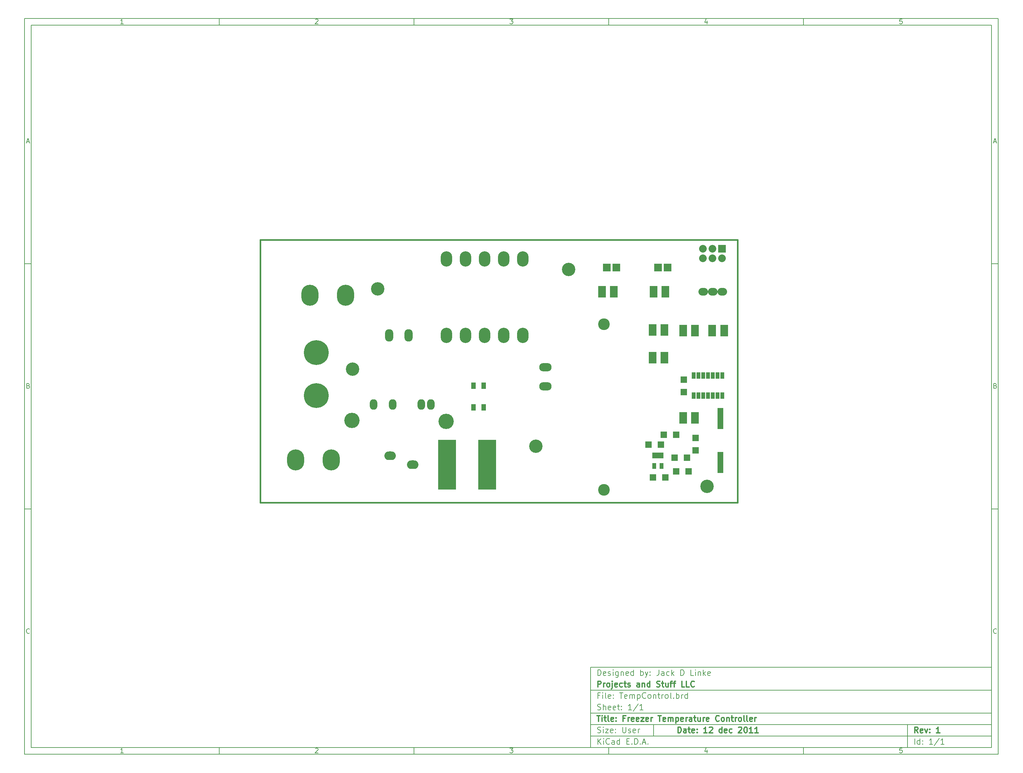
<source format=gts>
G04 (created by PCBNEW-RS274X (2011-07-08 BZR 3044)-stable) date 12/12/2011 9:59:01 PM*
G01*
G70*
G90*
%MOIN*%
G04 Gerber Fmt 3.4, Leading zero omitted, Abs format*
%FSLAX34Y34*%
G04 APERTURE LIST*
%ADD10C,0.006000*%
%ADD11C,0.012000*%
%ADD12C,0.015000*%
%ADD13R,0.040000X0.065000*%
%ADD14R,0.080000X0.080000*%
%ADD15C,0.080000*%
%ADD16R,0.043600X0.063300*%
%ADD17R,0.187300X0.520000*%
%ADD18C,0.122400*%
%ADD19R,0.069200X0.069200*%
%ADD20R,0.079100X0.118400*%
%ADD21O,0.120000X0.090000*%
%ADD22R,0.046000X0.070000*%
%ADD23O,0.180000X0.220000*%
%ADD24O,0.086900X0.130200*%
%ADD25O,0.130200X0.086900*%
%ADD26R,0.059400X0.220000*%
%ADD27C,0.160000*%
%ADD28O,0.080000X0.110000*%
%ADD29O,0.100000X0.080000*%
%ADD30C,0.140000*%
%ADD31O,0.120000X0.160000*%
%ADD32C,0.260000*%
G04 APERTURE END LIST*
G54D10*
X04000Y-04000D02*
X106000Y-04000D01*
X106000Y-81000D01*
X04000Y-81000D01*
X04000Y-04000D01*
X04700Y-04700D02*
X105300Y-04700D01*
X105300Y-80300D01*
X04700Y-80300D01*
X04700Y-04700D01*
X24400Y-04000D02*
X24400Y-04700D01*
X14343Y-04552D02*
X14057Y-04552D01*
X14200Y-04552D02*
X14200Y-04052D01*
X14152Y-04124D01*
X14105Y-04171D01*
X14057Y-04195D01*
X24400Y-81000D02*
X24400Y-80300D01*
X14343Y-80852D02*
X14057Y-80852D01*
X14200Y-80852D02*
X14200Y-80352D01*
X14152Y-80424D01*
X14105Y-80471D01*
X14057Y-80495D01*
X44800Y-04000D02*
X44800Y-04700D01*
X34457Y-04100D02*
X34481Y-04076D01*
X34529Y-04052D01*
X34648Y-04052D01*
X34695Y-04076D01*
X34719Y-04100D01*
X34743Y-04148D01*
X34743Y-04195D01*
X34719Y-04267D01*
X34433Y-04552D01*
X34743Y-04552D01*
X44800Y-81000D02*
X44800Y-80300D01*
X34457Y-80400D02*
X34481Y-80376D01*
X34529Y-80352D01*
X34648Y-80352D01*
X34695Y-80376D01*
X34719Y-80400D01*
X34743Y-80448D01*
X34743Y-80495D01*
X34719Y-80567D01*
X34433Y-80852D01*
X34743Y-80852D01*
X65200Y-04000D02*
X65200Y-04700D01*
X54833Y-04052D02*
X55143Y-04052D01*
X54976Y-04243D01*
X55048Y-04243D01*
X55095Y-04267D01*
X55119Y-04290D01*
X55143Y-04338D01*
X55143Y-04457D01*
X55119Y-04505D01*
X55095Y-04529D01*
X55048Y-04552D01*
X54905Y-04552D01*
X54857Y-04529D01*
X54833Y-04505D01*
X65200Y-81000D02*
X65200Y-80300D01*
X54833Y-80352D02*
X55143Y-80352D01*
X54976Y-80543D01*
X55048Y-80543D01*
X55095Y-80567D01*
X55119Y-80590D01*
X55143Y-80638D01*
X55143Y-80757D01*
X55119Y-80805D01*
X55095Y-80829D01*
X55048Y-80852D01*
X54905Y-80852D01*
X54857Y-80829D01*
X54833Y-80805D01*
X85600Y-04000D02*
X85600Y-04700D01*
X75495Y-04219D02*
X75495Y-04552D01*
X75376Y-04029D02*
X75257Y-04386D01*
X75567Y-04386D01*
X85600Y-81000D02*
X85600Y-80300D01*
X75495Y-80519D02*
X75495Y-80852D01*
X75376Y-80329D02*
X75257Y-80686D01*
X75567Y-80686D01*
X95919Y-04052D02*
X95681Y-04052D01*
X95657Y-04290D01*
X95681Y-04267D01*
X95729Y-04243D01*
X95848Y-04243D01*
X95895Y-04267D01*
X95919Y-04290D01*
X95943Y-04338D01*
X95943Y-04457D01*
X95919Y-04505D01*
X95895Y-04529D01*
X95848Y-04552D01*
X95729Y-04552D01*
X95681Y-04529D01*
X95657Y-04505D01*
X95919Y-80352D02*
X95681Y-80352D01*
X95657Y-80590D01*
X95681Y-80567D01*
X95729Y-80543D01*
X95848Y-80543D01*
X95895Y-80567D01*
X95919Y-80590D01*
X95943Y-80638D01*
X95943Y-80757D01*
X95919Y-80805D01*
X95895Y-80829D01*
X95848Y-80852D01*
X95729Y-80852D01*
X95681Y-80829D01*
X95657Y-80805D01*
X04000Y-29660D02*
X04700Y-29660D01*
X04231Y-16890D02*
X04469Y-16890D01*
X04184Y-17032D02*
X04350Y-16532D01*
X04517Y-17032D01*
X106000Y-29660D02*
X105300Y-29660D01*
X105531Y-16890D02*
X105769Y-16890D01*
X105484Y-17032D02*
X105650Y-16532D01*
X105817Y-17032D01*
X04000Y-55320D02*
X04700Y-55320D01*
X04386Y-42430D02*
X04457Y-42454D01*
X04481Y-42478D01*
X04505Y-42526D01*
X04505Y-42597D01*
X04481Y-42645D01*
X04457Y-42669D01*
X04410Y-42692D01*
X04219Y-42692D01*
X04219Y-42192D01*
X04386Y-42192D01*
X04433Y-42216D01*
X04457Y-42240D01*
X04481Y-42288D01*
X04481Y-42335D01*
X04457Y-42383D01*
X04433Y-42407D01*
X04386Y-42430D01*
X04219Y-42430D01*
X106000Y-55320D02*
X105300Y-55320D01*
X105686Y-42430D02*
X105757Y-42454D01*
X105781Y-42478D01*
X105805Y-42526D01*
X105805Y-42597D01*
X105781Y-42645D01*
X105757Y-42669D01*
X105710Y-42692D01*
X105519Y-42692D01*
X105519Y-42192D01*
X105686Y-42192D01*
X105733Y-42216D01*
X105757Y-42240D01*
X105781Y-42288D01*
X105781Y-42335D01*
X105757Y-42383D01*
X105733Y-42407D01*
X105686Y-42430D01*
X105519Y-42430D01*
X04505Y-68305D02*
X04481Y-68329D01*
X04410Y-68352D01*
X04362Y-68352D01*
X04290Y-68329D01*
X04243Y-68281D01*
X04219Y-68233D01*
X04195Y-68138D01*
X04195Y-68067D01*
X04219Y-67971D01*
X04243Y-67924D01*
X04290Y-67876D01*
X04362Y-67852D01*
X04410Y-67852D01*
X04481Y-67876D01*
X04505Y-67900D01*
X105805Y-68305D02*
X105781Y-68329D01*
X105710Y-68352D01*
X105662Y-68352D01*
X105590Y-68329D01*
X105543Y-68281D01*
X105519Y-68233D01*
X105495Y-68138D01*
X105495Y-68067D01*
X105519Y-67971D01*
X105543Y-67924D01*
X105590Y-67876D01*
X105662Y-67852D01*
X105710Y-67852D01*
X105781Y-67876D01*
X105805Y-67900D01*
G54D11*
X72443Y-78743D02*
X72443Y-78143D01*
X72586Y-78143D01*
X72671Y-78171D01*
X72729Y-78229D01*
X72757Y-78286D01*
X72786Y-78400D01*
X72786Y-78486D01*
X72757Y-78600D01*
X72729Y-78657D01*
X72671Y-78714D01*
X72586Y-78743D01*
X72443Y-78743D01*
X73300Y-78743D02*
X73300Y-78429D01*
X73271Y-78371D01*
X73214Y-78343D01*
X73100Y-78343D01*
X73043Y-78371D01*
X73300Y-78714D02*
X73243Y-78743D01*
X73100Y-78743D01*
X73043Y-78714D01*
X73014Y-78657D01*
X73014Y-78600D01*
X73043Y-78543D01*
X73100Y-78514D01*
X73243Y-78514D01*
X73300Y-78486D01*
X73500Y-78343D02*
X73729Y-78343D01*
X73586Y-78143D02*
X73586Y-78657D01*
X73614Y-78714D01*
X73672Y-78743D01*
X73729Y-78743D01*
X74157Y-78714D02*
X74100Y-78743D01*
X73986Y-78743D01*
X73929Y-78714D01*
X73900Y-78657D01*
X73900Y-78429D01*
X73929Y-78371D01*
X73986Y-78343D01*
X74100Y-78343D01*
X74157Y-78371D01*
X74186Y-78429D01*
X74186Y-78486D01*
X73900Y-78543D01*
X74443Y-78686D02*
X74471Y-78714D01*
X74443Y-78743D01*
X74414Y-78714D01*
X74443Y-78686D01*
X74443Y-78743D01*
X74443Y-78371D02*
X74471Y-78400D01*
X74443Y-78429D01*
X74414Y-78400D01*
X74443Y-78371D01*
X74443Y-78429D01*
X75500Y-78743D02*
X75157Y-78743D01*
X75329Y-78743D02*
X75329Y-78143D01*
X75272Y-78229D01*
X75214Y-78286D01*
X75157Y-78314D01*
X75728Y-78200D02*
X75757Y-78171D01*
X75814Y-78143D01*
X75957Y-78143D01*
X76014Y-78171D01*
X76043Y-78200D01*
X76071Y-78257D01*
X76071Y-78314D01*
X76043Y-78400D01*
X75700Y-78743D01*
X76071Y-78743D01*
X77042Y-78743D02*
X77042Y-78143D01*
X77042Y-78714D02*
X76985Y-78743D01*
X76871Y-78743D01*
X76813Y-78714D01*
X76785Y-78686D01*
X76756Y-78629D01*
X76756Y-78457D01*
X76785Y-78400D01*
X76813Y-78371D01*
X76871Y-78343D01*
X76985Y-78343D01*
X77042Y-78371D01*
X77556Y-78714D02*
X77499Y-78743D01*
X77385Y-78743D01*
X77328Y-78714D01*
X77299Y-78657D01*
X77299Y-78429D01*
X77328Y-78371D01*
X77385Y-78343D01*
X77499Y-78343D01*
X77556Y-78371D01*
X77585Y-78429D01*
X77585Y-78486D01*
X77299Y-78543D01*
X78099Y-78714D02*
X78042Y-78743D01*
X77928Y-78743D01*
X77870Y-78714D01*
X77842Y-78686D01*
X77813Y-78629D01*
X77813Y-78457D01*
X77842Y-78400D01*
X77870Y-78371D01*
X77928Y-78343D01*
X78042Y-78343D01*
X78099Y-78371D01*
X78784Y-78200D02*
X78813Y-78171D01*
X78870Y-78143D01*
X79013Y-78143D01*
X79070Y-78171D01*
X79099Y-78200D01*
X79127Y-78257D01*
X79127Y-78314D01*
X79099Y-78400D01*
X78756Y-78743D01*
X79127Y-78743D01*
X79498Y-78143D02*
X79555Y-78143D01*
X79612Y-78171D01*
X79641Y-78200D01*
X79670Y-78257D01*
X79698Y-78371D01*
X79698Y-78514D01*
X79670Y-78629D01*
X79641Y-78686D01*
X79612Y-78714D01*
X79555Y-78743D01*
X79498Y-78743D01*
X79441Y-78714D01*
X79412Y-78686D01*
X79384Y-78629D01*
X79355Y-78514D01*
X79355Y-78371D01*
X79384Y-78257D01*
X79412Y-78200D01*
X79441Y-78171D01*
X79498Y-78143D01*
X80269Y-78743D02*
X79926Y-78743D01*
X80098Y-78743D02*
X80098Y-78143D01*
X80041Y-78229D01*
X79983Y-78286D01*
X79926Y-78314D01*
X80840Y-78743D02*
X80497Y-78743D01*
X80669Y-78743D02*
X80669Y-78143D01*
X80612Y-78229D01*
X80554Y-78286D01*
X80497Y-78314D01*
G54D10*
X64043Y-79943D02*
X64043Y-79343D01*
X64386Y-79943D02*
X64129Y-79600D01*
X64386Y-79343D02*
X64043Y-79686D01*
X64643Y-79943D02*
X64643Y-79543D01*
X64643Y-79343D02*
X64614Y-79371D01*
X64643Y-79400D01*
X64671Y-79371D01*
X64643Y-79343D01*
X64643Y-79400D01*
X65272Y-79886D02*
X65243Y-79914D01*
X65157Y-79943D01*
X65100Y-79943D01*
X65015Y-79914D01*
X64957Y-79857D01*
X64929Y-79800D01*
X64900Y-79686D01*
X64900Y-79600D01*
X64929Y-79486D01*
X64957Y-79429D01*
X65015Y-79371D01*
X65100Y-79343D01*
X65157Y-79343D01*
X65243Y-79371D01*
X65272Y-79400D01*
X65786Y-79943D02*
X65786Y-79629D01*
X65757Y-79571D01*
X65700Y-79543D01*
X65586Y-79543D01*
X65529Y-79571D01*
X65786Y-79914D02*
X65729Y-79943D01*
X65586Y-79943D01*
X65529Y-79914D01*
X65500Y-79857D01*
X65500Y-79800D01*
X65529Y-79743D01*
X65586Y-79714D01*
X65729Y-79714D01*
X65786Y-79686D01*
X66329Y-79943D02*
X66329Y-79343D01*
X66329Y-79914D02*
X66272Y-79943D01*
X66158Y-79943D01*
X66100Y-79914D01*
X66072Y-79886D01*
X66043Y-79829D01*
X66043Y-79657D01*
X66072Y-79600D01*
X66100Y-79571D01*
X66158Y-79543D01*
X66272Y-79543D01*
X66329Y-79571D01*
X67072Y-79629D02*
X67272Y-79629D01*
X67358Y-79943D02*
X67072Y-79943D01*
X67072Y-79343D01*
X67358Y-79343D01*
X67615Y-79886D02*
X67643Y-79914D01*
X67615Y-79943D01*
X67586Y-79914D01*
X67615Y-79886D01*
X67615Y-79943D01*
X67901Y-79943D02*
X67901Y-79343D01*
X68044Y-79343D01*
X68129Y-79371D01*
X68187Y-79429D01*
X68215Y-79486D01*
X68244Y-79600D01*
X68244Y-79686D01*
X68215Y-79800D01*
X68187Y-79857D01*
X68129Y-79914D01*
X68044Y-79943D01*
X67901Y-79943D01*
X68501Y-79886D02*
X68529Y-79914D01*
X68501Y-79943D01*
X68472Y-79914D01*
X68501Y-79886D01*
X68501Y-79943D01*
X68758Y-79771D02*
X69044Y-79771D01*
X68701Y-79943D02*
X68901Y-79343D01*
X69101Y-79943D01*
X69301Y-79886D02*
X69329Y-79914D01*
X69301Y-79943D01*
X69272Y-79914D01*
X69301Y-79886D01*
X69301Y-79943D01*
G54D11*
X97586Y-78743D02*
X97386Y-78457D01*
X97243Y-78743D02*
X97243Y-78143D01*
X97471Y-78143D01*
X97529Y-78171D01*
X97557Y-78200D01*
X97586Y-78257D01*
X97586Y-78343D01*
X97557Y-78400D01*
X97529Y-78429D01*
X97471Y-78457D01*
X97243Y-78457D01*
X98071Y-78714D02*
X98014Y-78743D01*
X97900Y-78743D01*
X97843Y-78714D01*
X97814Y-78657D01*
X97814Y-78429D01*
X97843Y-78371D01*
X97900Y-78343D01*
X98014Y-78343D01*
X98071Y-78371D01*
X98100Y-78429D01*
X98100Y-78486D01*
X97814Y-78543D01*
X98300Y-78343D02*
X98443Y-78743D01*
X98585Y-78343D01*
X98814Y-78686D02*
X98842Y-78714D01*
X98814Y-78743D01*
X98785Y-78714D01*
X98814Y-78686D01*
X98814Y-78743D01*
X98814Y-78371D02*
X98842Y-78400D01*
X98814Y-78429D01*
X98785Y-78400D01*
X98814Y-78371D01*
X98814Y-78429D01*
X99871Y-78743D02*
X99528Y-78743D01*
X99700Y-78743D02*
X99700Y-78143D01*
X99643Y-78229D01*
X99585Y-78286D01*
X99528Y-78314D01*
G54D10*
X64014Y-78714D02*
X64100Y-78743D01*
X64243Y-78743D01*
X64300Y-78714D01*
X64329Y-78686D01*
X64357Y-78629D01*
X64357Y-78571D01*
X64329Y-78514D01*
X64300Y-78486D01*
X64243Y-78457D01*
X64129Y-78429D01*
X64071Y-78400D01*
X64043Y-78371D01*
X64014Y-78314D01*
X64014Y-78257D01*
X64043Y-78200D01*
X64071Y-78171D01*
X64129Y-78143D01*
X64271Y-78143D01*
X64357Y-78171D01*
X64614Y-78743D02*
X64614Y-78343D01*
X64614Y-78143D02*
X64585Y-78171D01*
X64614Y-78200D01*
X64642Y-78171D01*
X64614Y-78143D01*
X64614Y-78200D01*
X64843Y-78343D02*
X65157Y-78343D01*
X64843Y-78743D01*
X65157Y-78743D01*
X65614Y-78714D02*
X65557Y-78743D01*
X65443Y-78743D01*
X65386Y-78714D01*
X65357Y-78657D01*
X65357Y-78429D01*
X65386Y-78371D01*
X65443Y-78343D01*
X65557Y-78343D01*
X65614Y-78371D01*
X65643Y-78429D01*
X65643Y-78486D01*
X65357Y-78543D01*
X65900Y-78686D02*
X65928Y-78714D01*
X65900Y-78743D01*
X65871Y-78714D01*
X65900Y-78686D01*
X65900Y-78743D01*
X65900Y-78371D02*
X65928Y-78400D01*
X65900Y-78429D01*
X65871Y-78400D01*
X65900Y-78371D01*
X65900Y-78429D01*
X66643Y-78143D02*
X66643Y-78629D01*
X66671Y-78686D01*
X66700Y-78714D01*
X66757Y-78743D01*
X66871Y-78743D01*
X66929Y-78714D01*
X66957Y-78686D01*
X66986Y-78629D01*
X66986Y-78143D01*
X67243Y-78714D02*
X67300Y-78743D01*
X67415Y-78743D01*
X67472Y-78714D01*
X67500Y-78657D01*
X67500Y-78629D01*
X67472Y-78571D01*
X67415Y-78543D01*
X67329Y-78543D01*
X67272Y-78514D01*
X67243Y-78457D01*
X67243Y-78429D01*
X67272Y-78371D01*
X67329Y-78343D01*
X67415Y-78343D01*
X67472Y-78371D01*
X67986Y-78714D02*
X67929Y-78743D01*
X67815Y-78743D01*
X67758Y-78714D01*
X67729Y-78657D01*
X67729Y-78429D01*
X67758Y-78371D01*
X67815Y-78343D01*
X67929Y-78343D01*
X67986Y-78371D01*
X68015Y-78429D01*
X68015Y-78486D01*
X67729Y-78543D01*
X68272Y-78743D02*
X68272Y-78343D01*
X68272Y-78457D02*
X68300Y-78400D01*
X68329Y-78371D01*
X68386Y-78343D01*
X68443Y-78343D01*
X97243Y-79943D02*
X97243Y-79343D01*
X97786Y-79943D02*
X97786Y-79343D01*
X97786Y-79914D02*
X97729Y-79943D01*
X97615Y-79943D01*
X97557Y-79914D01*
X97529Y-79886D01*
X97500Y-79829D01*
X97500Y-79657D01*
X97529Y-79600D01*
X97557Y-79571D01*
X97615Y-79543D01*
X97729Y-79543D01*
X97786Y-79571D01*
X98072Y-79886D02*
X98100Y-79914D01*
X98072Y-79943D01*
X98043Y-79914D01*
X98072Y-79886D01*
X98072Y-79943D01*
X98072Y-79571D02*
X98100Y-79600D01*
X98072Y-79629D01*
X98043Y-79600D01*
X98072Y-79571D01*
X98072Y-79629D01*
X99129Y-79943D02*
X98786Y-79943D01*
X98958Y-79943D02*
X98958Y-79343D01*
X98901Y-79429D01*
X98843Y-79486D01*
X98786Y-79514D01*
X99814Y-79314D02*
X99300Y-80086D01*
X100329Y-79943D02*
X99986Y-79943D01*
X100158Y-79943D02*
X100158Y-79343D01*
X100101Y-79429D01*
X100043Y-79486D01*
X99986Y-79514D01*
G54D11*
X63957Y-76943D02*
X64300Y-76943D01*
X64129Y-77543D02*
X64129Y-76943D01*
X64500Y-77543D02*
X64500Y-77143D01*
X64500Y-76943D02*
X64471Y-76971D01*
X64500Y-77000D01*
X64528Y-76971D01*
X64500Y-76943D01*
X64500Y-77000D01*
X64700Y-77143D02*
X64929Y-77143D01*
X64786Y-76943D02*
X64786Y-77457D01*
X64814Y-77514D01*
X64872Y-77543D01*
X64929Y-77543D01*
X65215Y-77543D02*
X65157Y-77514D01*
X65129Y-77457D01*
X65129Y-76943D01*
X65671Y-77514D02*
X65614Y-77543D01*
X65500Y-77543D01*
X65443Y-77514D01*
X65414Y-77457D01*
X65414Y-77229D01*
X65443Y-77171D01*
X65500Y-77143D01*
X65614Y-77143D01*
X65671Y-77171D01*
X65700Y-77229D01*
X65700Y-77286D01*
X65414Y-77343D01*
X65957Y-77486D02*
X65985Y-77514D01*
X65957Y-77543D01*
X65928Y-77514D01*
X65957Y-77486D01*
X65957Y-77543D01*
X65957Y-77171D02*
X65985Y-77200D01*
X65957Y-77229D01*
X65928Y-77200D01*
X65957Y-77171D01*
X65957Y-77229D01*
X66900Y-77229D02*
X66700Y-77229D01*
X66700Y-77543D02*
X66700Y-76943D01*
X66986Y-76943D01*
X67214Y-77543D02*
X67214Y-77143D01*
X67214Y-77257D02*
X67242Y-77200D01*
X67271Y-77171D01*
X67328Y-77143D01*
X67385Y-77143D01*
X67813Y-77514D02*
X67756Y-77543D01*
X67642Y-77543D01*
X67585Y-77514D01*
X67556Y-77457D01*
X67556Y-77229D01*
X67585Y-77171D01*
X67642Y-77143D01*
X67756Y-77143D01*
X67813Y-77171D01*
X67842Y-77229D01*
X67842Y-77286D01*
X67556Y-77343D01*
X68327Y-77514D02*
X68270Y-77543D01*
X68156Y-77543D01*
X68099Y-77514D01*
X68070Y-77457D01*
X68070Y-77229D01*
X68099Y-77171D01*
X68156Y-77143D01*
X68270Y-77143D01*
X68327Y-77171D01*
X68356Y-77229D01*
X68356Y-77286D01*
X68070Y-77343D01*
X68556Y-77143D02*
X68870Y-77143D01*
X68556Y-77543D01*
X68870Y-77543D01*
X69327Y-77514D02*
X69270Y-77543D01*
X69156Y-77543D01*
X69099Y-77514D01*
X69070Y-77457D01*
X69070Y-77229D01*
X69099Y-77171D01*
X69156Y-77143D01*
X69270Y-77143D01*
X69327Y-77171D01*
X69356Y-77229D01*
X69356Y-77286D01*
X69070Y-77343D01*
X69613Y-77543D02*
X69613Y-77143D01*
X69613Y-77257D02*
X69641Y-77200D01*
X69670Y-77171D01*
X69727Y-77143D01*
X69784Y-77143D01*
X70355Y-76943D02*
X70698Y-76943D01*
X70527Y-77543D02*
X70527Y-76943D01*
X71126Y-77514D02*
X71069Y-77543D01*
X70955Y-77543D01*
X70898Y-77514D01*
X70869Y-77457D01*
X70869Y-77229D01*
X70898Y-77171D01*
X70955Y-77143D01*
X71069Y-77143D01*
X71126Y-77171D01*
X71155Y-77229D01*
X71155Y-77286D01*
X70869Y-77343D01*
X71412Y-77543D02*
X71412Y-77143D01*
X71412Y-77200D02*
X71440Y-77171D01*
X71498Y-77143D01*
X71583Y-77143D01*
X71640Y-77171D01*
X71669Y-77229D01*
X71669Y-77543D01*
X71669Y-77229D02*
X71698Y-77171D01*
X71755Y-77143D01*
X71840Y-77143D01*
X71898Y-77171D01*
X71926Y-77229D01*
X71926Y-77543D01*
X72212Y-77143D02*
X72212Y-77743D01*
X72212Y-77171D02*
X72269Y-77143D01*
X72383Y-77143D01*
X72440Y-77171D01*
X72469Y-77200D01*
X72498Y-77257D01*
X72498Y-77429D01*
X72469Y-77486D01*
X72440Y-77514D01*
X72383Y-77543D01*
X72269Y-77543D01*
X72212Y-77514D01*
X72983Y-77514D02*
X72926Y-77543D01*
X72812Y-77543D01*
X72755Y-77514D01*
X72726Y-77457D01*
X72726Y-77229D01*
X72755Y-77171D01*
X72812Y-77143D01*
X72926Y-77143D01*
X72983Y-77171D01*
X73012Y-77229D01*
X73012Y-77286D01*
X72726Y-77343D01*
X73269Y-77543D02*
X73269Y-77143D01*
X73269Y-77257D02*
X73297Y-77200D01*
X73326Y-77171D01*
X73383Y-77143D01*
X73440Y-77143D01*
X73897Y-77543D02*
X73897Y-77229D01*
X73868Y-77171D01*
X73811Y-77143D01*
X73697Y-77143D01*
X73640Y-77171D01*
X73897Y-77514D02*
X73840Y-77543D01*
X73697Y-77543D01*
X73640Y-77514D01*
X73611Y-77457D01*
X73611Y-77400D01*
X73640Y-77343D01*
X73697Y-77314D01*
X73840Y-77314D01*
X73897Y-77286D01*
X74097Y-77143D02*
X74326Y-77143D01*
X74183Y-76943D02*
X74183Y-77457D01*
X74211Y-77514D01*
X74269Y-77543D01*
X74326Y-77543D01*
X74783Y-77143D02*
X74783Y-77543D01*
X74526Y-77143D02*
X74526Y-77457D01*
X74554Y-77514D01*
X74612Y-77543D01*
X74697Y-77543D01*
X74754Y-77514D01*
X74783Y-77486D01*
X75069Y-77543D02*
X75069Y-77143D01*
X75069Y-77257D02*
X75097Y-77200D01*
X75126Y-77171D01*
X75183Y-77143D01*
X75240Y-77143D01*
X75668Y-77514D02*
X75611Y-77543D01*
X75497Y-77543D01*
X75440Y-77514D01*
X75411Y-77457D01*
X75411Y-77229D01*
X75440Y-77171D01*
X75497Y-77143D01*
X75611Y-77143D01*
X75668Y-77171D01*
X75697Y-77229D01*
X75697Y-77286D01*
X75411Y-77343D01*
X76754Y-77486D02*
X76725Y-77514D01*
X76639Y-77543D01*
X76582Y-77543D01*
X76497Y-77514D01*
X76439Y-77457D01*
X76411Y-77400D01*
X76382Y-77286D01*
X76382Y-77200D01*
X76411Y-77086D01*
X76439Y-77029D01*
X76497Y-76971D01*
X76582Y-76943D01*
X76639Y-76943D01*
X76725Y-76971D01*
X76754Y-77000D01*
X77097Y-77543D02*
X77039Y-77514D01*
X77011Y-77486D01*
X76982Y-77429D01*
X76982Y-77257D01*
X77011Y-77200D01*
X77039Y-77171D01*
X77097Y-77143D01*
X77182Y-77143D01*
X77239Y-77171D01*
X77268Y-77200D01*
X77297Y-77257D01*
X77297Y-77429D01*
X77268Y-77486D01*
X77239Y-77514D01*
X77182Y-77543D01*
X77097Y-77543D01*
X77554Y-77143D02*
X77554Y-77543D01*
X77554Y-77200D02*
X77582Y-77171D01*
X77640Y-77143D01*
X77725Y-77143D01*
X77782Y-77171D01*
X77811Y-77229D01*
X77811Y-77543D01*
X78011Y-77143D02*
X78240Y-77143D01*
X78097Y-76943D02*
X78097Y-77457D01*
X78125Y-77514D01*
X78183Y-77543D01*
X78240Y-77543D01*
X78440Y-77543D02*
X78440Y-77143D01*
X78440Y-77257D02*
X78468Y-77200D01*
X78497Y-77171D01*
X78554Y-77143D01*
X78611Y-77143D01*
X78897Y-77543D02*
X78839Y-77514D01*
X78811Y-77486D01*
X78782Y-77429D01*
X78782Y-77257D01*
X78811Y-77200D01*
X78839Y-77171D01*
X78897Y-77143D01*
X78982Y-77143D01*
X79039Y-77171D01*
X79068Y-77200D01*
X79097Y-77257D01*
X79097Y-77429D01*
X79068Y-77486D01*
X79039Y-77514D01*
X78982Y-77543D01*
X78897Y-77543D01*
X79440Y-77543D02*
X79382Y-77514D01*
X79354Y-77457D01*
X79354Y-76943D01*
X79754Y-77543D02*
X79696Y-77514D01*
X79668Y-77457D01*
X79668Y-76943D01*
X80210Y-77514D02*
X80153Y-77543D01*
X80039Y-77543D01*
X79982Y-77514D01*
X79953Y-77457D01*
X79953Y-77229D01*
X79982Y-77171D01*
X80039Y-77143D01*
X80153Y-77143D01*
X80210Y-77171D01*
X80239Y-77229D01*
X80239Y-77286D01*
X79953Y-77343D01*
X80496Y-77543D02*
X80496Y-77143D01*
X80496Y-77257D02*
X80524Y-77200D01*
X80553Y-77171D01*
X80610Y-77143D01*
X80667Y-77143D01*
G54D10*
X64243Y-74829D02*
X64043Y-74829D01*
X64043Y-75143D02*
X64043Y-74543D01*
X64329Y-74543D01*
X64557Y-75143D02*
X64557Y-74743D01*
X64557Y-74543D02*
X64528Y-74571D01*
X64557Y-74600D01*
X64585Y-74571D01*
X64557Y-74543D01*
X64557Y-74600D01*
X64929Y-75143D02*
X64871Y-75114D01*
X64843Y-75057D01*
X64843Y-74543D01*
X65385Y-75114D02*
X65328Y-75143D01*
X65214Y-75143D01*
X65157Y-75114D01*
X65128Y-75057D01*
X65128Y-74829D01*
X65157Y-74771D01*
X65214Y-74743D01*
X65328Y-74743D01*
X65385Y-74771D01*
X65414Y-74829D01*
X65414Y-74886D01*
X65128Y-74943D01*
X65671Y-75086D02*
X65699Y-75114D01*
X65671Y-75143D01*
X65642Y-75114D01*
X65671Y-75086D01*
X65671Y-75143D01*
X65671Y-74771D02*
X65699Y-74800D01*
X65671Y-74829D01*
X65642Y-74800D01*
X65671Y-74771D01*
X65671Y-74829D01*
X66328Y-74543D02*
X66671Y-74543D01*
X66500Y-75143D02*
X66500Y-74543D01*
X67099Y-75114D02*
X67042Y-75143D01*
X66928Y-75143D01*
X66871Y-75114D01*
X66842Y-75057D01*
X66842Y-74829D01*
X66871Y-74771D01*
X66928Y-74743D01*
X67042Y-74743D01*
X67099Y-74771D01*
X67128Y-74829D01*
X67128Y-74886D01*
X66842Y-74943D01*
X67385Y-75143D02*
X67385Y-74743D01*
X67385Y-74800D02*
X67413Y-74771D01*
X67471Y-74743D01*
X67556Y-74743D01*
X67613Y-74771D01*
X67642Y-74829D01*
X67642Y-75143D01*
X67642Y-74829D02*
X67671Y-74771D01*
X67728Y-74743D01*
X67813Y-74743D01*
X67871Y-74771D01*
X67899Y-74829D01*
X67899Y-75143D01*
X68185Y-74743D02*
X68185Y-75343D01*
X68185Y-74771D02*
X68242Y-74743D01*
X68356Y-74743D01*
X68413Y-74771D01*
X68442Y-74800D01*
X68471Y-74857D01*
X68471Y-75029D01*
X68442Y-75086D01*
X68413Y-75114D01*
X68356Y-75143D01*
X68242Y-75143D01*
X68185Y-75114D01*
X69071Y-75086D02*
X69042Y-75114D01*
X68956Y-75143D01*
X68899Y-75143D01*
X68814Y-75114D01*
X68756Y-75057D01*
X68728Y-75000D01*
X68699Y-74886D01*
X68699Y-74800D01*
X68728Y-74686D01*
X68756Y-74629D01*
X68814Y-74571D01*
X68899Y-74543D01*
X68956Y-74543D01*
X69042Y-74571D01*
X69071Y-74600D01*
X69414Y-75143D02*
X69356Y-75114D01*
X69328Y-75086D01*
X69299Y-75029D01*
X69299Y-74857D01*
X69328Y-74800D01*
X69356Y-74771D01*
X69414Y-74743D01*
X69499Y-74743D01*
X69556Y-74771D01*
X69585Y-74800D01*
X69614Y-74857D01*
X69614Y-75029D01*
X69585Y-75086D01*
X69556Y-75114D01*
X69499Y-75143D01*
X69414Y-75143D01*
X69871Y-74743D02*
X69871Y-75143D01*
X69871Y-74800D02*
X69899Y-74771D01*
X69957Y-74743D01*
X70042Y-74743D01*
X70099Y-74771D01*
X70128Y-74829D01*
X70128Y-75143D01*
X70328Y-74743D02*
X70557Y-74743D01*
X70414Y-74543D02*
X70414Y-75057D01*
X70442Y-75114D01*
X70500Y-75143D01*
X70557Y-75143D01*
X70757Y-75143D02*
X70757Y-74743D01*
X70757Y-74857D02*
X70785Y-74800D01*
X70814Y-74771D01*
X70871Y-74743D01*
X70928Y-74743D01*
X71214Y-75143D02*
X71156Y-75114D01*
X71128Y-75086D01*
X71099Y-75029D01*
X71099Y-74857D01*
X71128Y-74800D01*
X71156Y-74771D01*
X71214Y-74743D01*
X71299Y-74743D01*
X71356Y-74771D01*
X71385Y-74800D01*
X71414Y-74857D01*
X71414Y-75029D01*
X71385Y-75086D01*
X71356Y-75114D01*
X71299Y-75143D01*
X71214Y-75143D01*
X71757Y-75143D02*
X71699Y-75114D01*
X71671Y-75057D01*
X71671Y-74543D01*
X71985Y-75086D02*
X72013Y-75114D01*
X71985Y-75143D01*
X71956Y-75114D01*
X71985Y-75086D01*
X71985Y-75143D01*
X72271Y-75143D02*
X72271Y-74543D01*
X72271Y-74771D02*
X72328Y-74743D01*
X72442Y-74743D01*
X72499Y-74771D01*
X72528Y-74800D01*
X72557Y-74857D01*
X72557Y-75029D01*
X72528Y-75086D01*
X72499Y-75114D01*
X72442Y-75143D01*
X72328Y-75143D01*
X72271Y-75114D01*
X72814Y-75143D02*
X72814Y-74743D01*
X72814Y-74857D02*
X72842Y-74800D01*
X72871Y-74771D01*
X72928Y-74743D01*
X72985Y-74743D01*
X73442Y-75143D02*
X73442Y-74543D01*
X73442Y-75114D02*
X73385Y-75143D01*
X73271Y-75143D01*
X73213Y-75114D01*
X73185Y-75086D01*
X73156Y-75029D01*
X73156Y-74857D01*
X73185Y-74800D01*
X73213Y-74771D01*
X73271Y-74743D01*
X73385Y-74743D01*
X73442Y-74771D01*
X64014Y-76314D02*
X64100Y-76343D01*
X64243Y-76343D01*
X64300Y-76314D01*
X64329Y-76286D01*
X64357Y-76229D01*
X64357Y-76171D01*
X64329Y-76114D01*
X64300Y-76086D01*
X64243Y-76057D01*
X64129Y-76029D01*
X64071Y-76000D01*
X64043Y-75971D01*
X64014Y-75914D01*
X64014Y-75857D01*
X64043Y-75800D01*
X64071Y-75771D01*
X64129Y-75743D01*
X64271Y-75743D01*
X64357Y-75771D01*
X64614Y-76343D02*
X64614Y-75743D01*
X64871Y-76343D02*
X64871Y-76029D01*
X64842Y-75971D01*
X64785Y-75943D01*
X64700Y-75943D01*
X64642Y-75971D01*
X64614Y-76000D01*
X65385Y-76314D02*
X65328Y-76343D01*
X65214Y-76343D01*
X65157Y-76314D01*
X65128Y-76257D01*
X65128Y-76029D01*
X65157Y-75971D01*
X65214Y-75943D01*
X65328Y-75943D01*
X65385Y-75971D01*
X65414Y-76029D01*
X65414Y-76086D01*
X65128Y-76143D01*
X65899Y-76314D02*
X65842Y-76343D01*
X65728Y-76343D01*
X65671Y-76314D01*
X65642Y-76257D01*
X65642Y-76029D01*
X65671Y-75971D01*
X65728Y-75943D01*
X65842Y-75943D01*
X65899Y-75971D01*
X65928Y-76029D01*
X65928Y-76086D01*
X65642Y-76143D01*
X66099Y-75943D02*
X66328Y-75943D01*
X66185Y-75743D02*
X66185Y-76257D01*
X66213Y-76314D01*
X66271Y-76343D01*
X66328Y-76343D01*
X66528Y-76286D02*
X66556Y-76314D01*
X66528Y-76343D01*
X66499Y-76314D01*
X66528Y-76286D01*
X66528Y-76343D01*
X66528Y-75971D02*
X66556Y-76000D01*
X66528Y-76029D01*
X66499Y-76000D01*
X66528Y-75971D01*
X66528Y-76029D01*
X67585Y-76343D02*
X67242Y-76343D01*
X67414Y-76343D02*
X67414Y-75743D01*
X67357Y-75829D01*
X67299Y-75886D01*
X67242Y-75914D01*
X68270Y-75714D02*
X67756Y-76486D01*
X68785Y-76343D02*
X68442Y-76343D01*
X68614Y-76343D02*
X68614Y-75743D01*
X68557Y-75829D01*
X68499Y-75886D01*
X68442Y-75914D01*
G54D11*
X64043Y-73943D02*
X64043Y-73343D01*
X64271Y-73343D01*
X64329Y-73371D01*
X64357Y-73400D01*
X64386Y-73457D01*
X64386Y-73543D01*
X64357Y-73600D01*
X64329Y-73629D01*
X64271Y-73657D01*
X64043Y-73657D01*
X64643Y-73943D02*
X64643Y-73543D01*
X64643Y-73657D02*
X64671Y-73600D01*
X64700Y-73571D01*
X64757Y-73543D01*
X64814Y-73543D01*
X65100Y-73943D02*
X65042Y-73914D01*
X65014Y-73886D01*
X64985Y-73829D01*
X64985Y-73657D01*
X65014Y-73600D01*
X65042Y-73571D01*
X65100Y-73543D01*
X65185Y-73543D01*
X65242Y-73571D01*
X65271Y-73600D01*
X65300Y-73657D01*
X65300Y-73829D01*
X65271Y-73886D01*
X65242Y-73914D01*
X65185Y-73943D01*
X65100Y-73943D01*
X65557Y-73543D02*
X65557Y-74057D01*
X65528Y-74114D01*
X65471Y-74143D01*
X65443Y-74143D01*
X65557Y-73343D02*
X65528Y-73371D01*
X65557Y-73400D01*
X65585Y-73371D01*
X65557Y-73343D01*
X65557Y-73400D01*
X66071Y-73914D02*
X66014Y-73943D01*
X65900Y-73943D01*
X65843Y-73914D01*
X65814Y-73857D01*
X65814Y-73629D01*
X65843Y-73571D01*
X65900Y-73543D01*
X66014Y-73543D01*
X66071Y-73571D01*
X66100Y-73629D01*
X66100Y-73686D01*
X65814Y-73743D01*
X66614Y-73914D02*
X66557Y-73943D01*
X66443Y-73943D01*
X66385Y-73914D01*
X66357Y-73886D01*
X66328Y-73829D01*
X66328Y-73657D01*
X66357Y-73600D01*
X66385Y-73571D01*
X66443Y-73543D01*
X66557Y-73543D01*
X66614Y-73571D01*
X66785Y-73543D02*
X67014Y-73543D01*
X66871Y-73343D02*
X66871Y-73857D01*
X66899Y-73914D01*
X66957Y-73943D01*
X67014Y-73943D01*
X67185Y-73914D02*
X67242Y-73943D01*
X67357Y-73943D01*
X67414Y-73914D01*
X67442Y-73857D01*
X67442Y-73829D01*
X67414Y-73771D01*
X67357Y-73743D01*
X67271Y-73743D01*
X67214Y-73714D01*
X67185Y-73657D01*
X67185Y-73629D01*
X67214Y-73571D01*
X67271Y-73543D01*
X67357Y-73543D01*
X67414Y-73571D01*
X68414Y-73943D02*
X68414Y-73629D01*
X68385Y-73571D01*
X68328Y-73543D01*
X68214Y-73543D01*
X68157Y-73571D01*
X68414Y-73914D02*
X68357Y-73943D01*
X68214Y-73943D01*
X68157Y-73914D01*
X68128Y-73857D01*
X68128Y-73800D01*
X68157Y-73743D01*
X68214Y-73714D01*
X68357Y-73714D01*
X68414Y-73686D01*
X68700Y-73543D02*
X68700Y-73943D01*
X68700Y-73600D02*
X68728Y-73571D01*
X68786Y-73543D01*
X68871Y-73543D01*
X68928Y-73571D01*
X68957Y-73629D01*
X68957Y-73943D01*
X69500Y-73943D02*
X69500Y-73343D01*
X69500Y-73914D02*
X69443Y-73943D01*
X69329Y-73943D01*
X69271Y-73914D01*
X69243Y-73886D01*
X69214Y-73829D01*
X69214Y-73657D01*
X69243Y-73600D01*
X69271Y-73571D01*
X69329Y-73543D01*
X69443Y-73543D01*
X69500Y-73571D01*
X70214Y-73914D02*
X70300Y-73943D01*
X70443Y-73943D01*
X70500Y-73914D01*
X70529Y-73886D01*
X70557Y-73829D01*
X70557Y-73771D01*
X70529Y-73714D01*
X70500Y-73686D01*
X70443Y-73657D01*
X70329Y-73629D01*
X70271Y-73600D01*
X70243Y-73571D01*
X70214Y-73514D01*
X70214Y-73457D01*
X70243Y-73400D01*
X70271Y-73371D01*
X70329Y-73343D01*
X70471Y-73343D01*
X70557Y-73371D01*
X70728Y-73543D02*
X70957Y-73543D01*
X70814Y-73343D02*
X70814Y-73857D01*
X70842Y-73914D01*
X70900Y-73943D01*
X70957Y-73943D01*
X71414Y-73543D02*
X71414Y-73943D01*
X71157Y-73543D02*
X71157Y-73857D01*
X71185Y-73914D01*
X71243Y-73943D01*
X71328Y-73943D01*
X71385Y-73914D01*
X71414Y-73886D01*
X71614Y-73543D02*
X71843Y-73543D01*
X71700Y-73943D02*
X71700Y-73429D01*
X71728Y-73371D01*
X71786Y-73343D01*
X71843Y-73343D01*
X71957Y-73543D02*
X72186Y-73543D01*
X72043Y-73943D02*
X72043Y-73429D01*
X72071Y-73371D01*
X72129Y-73343D01*
X72186Y-73343D01*
X73129Y-73943D02*
X72843Y-73943D01*
X72843Y-73343D01*
X73615Y-73943D02*
X73329Y-73943D01*
X73329Y-73343D01*
X74158Y-73886D02*
X74129Y-73914D01*
X74043Y-73943D01*
X73986Y-73943D01*
X73901Y-73914D01*
X73843Y-73857D01*
X73815Y-73800D01*
X73786Y-73686D01*
X73786Y-73600D01*
X73815Y-73486D01*
X73843Y-73429D01*
X73901Y-73371D01*
X73986Y-73343D01*
X74043Y-73343D01*
X74129Y-73371D01*
X74158Y-73400D01*
G54D10*
X64043Y-72743D02*
X64043Y-72143D01*
X64186Y-72143D01*
X64271Y-72171D01*
X64329Y-72229D01*
X64357Y-72286D01*
X64386Y-72400D01*
X64386Y-72486D01*
X64357Y-72600D01*
X64329Y-72657D01*
X64271Y-72714D01*
X64186Y-72743D01*
X64043Y-72743D01*
X64871Y-72714D02*
X64814Y-72743D01*
X64700Y-72743D01*
X64643Y-72714D01*
X64614Y-72657D01*
X64614Y-72429D01*
X64643Y-72371D01*
X64700Y-72343D01*
X64814Y-72343D01*
X64871Y-72371D01*
X64900Y-72429D01*
X64900Y-72486D01*
X64614Y-72543D01*
X65128Y-72714D02*
X65185Y-72743D01*
X65300Y-72743D01*
X65357Y-72714D01*
X65385Y-72657D01*
X65385Y-72629D01*
X65357Y-72571D01*
X65300Y-72543D01*
X65214Y-72543D01*
X65157Y-72514D01*
X65128Y-72457D01*
X65128Y-72429D01*
X65157Y-72371D01*
X65214Y-72343D01*
X65300Y-72343D01*
X65357Y-72371D01*
X65643Y-72743D02*
X65643Y-72343D01*
X65643Y-72143D02*
X65614Y-72171D01*
X65643Y-72200D01*
X65671Y-72171D01*
X65643Y-72143D01*
X65643Y-72200D01*
X66186Y-72343D02*
X66186Y-72829D01*
X66157Y-72886D01*
X66129Y-72914D01*
X66072Y-72943D01*
X65986Y-72943D01*
X65929Y-72914D01*
X66186Y-72714D02*
X66129Y-72743D01*
X66015Y-72743D01*
X65957Y-72714D01*
X65929Y-72686D01*
X65900Y-72629D01*
X65900Y-72457D01*
X65929Y-72400D01*
X65957Y-72371D01*
X66015Y-72343D01*
X66129Y-72343D01*
X66186Y-72371D01*
X66472Y-72343D02*
X66472Y-72743D01*
X66472Y-72400D02*
X66500Y-72371D01*
X66558Y-72343D01*
X66643Y-72343D01*
X66700Y-72371D01*
X66729Y-72429D01*
X66729Y-72743D01*
X67243Y-72714D02*
X67186Y-72743D01*
X67072Y-72743D01*
X67015Y-72714D01*
X66986Y-72657D01*
X66986Y-72429D01*
X67015Y-72371D01*
X67072Y-72343D01*
X67186Y-72343D01*
X67243Y-72371D01*
X67272Y-72429D01*
X67272Y-72486D01*
X66986Y-72543D01*
X67786Y-72743D02*
X67786Y-72143D01*
X67786Y-72714D02*
X67729Y-72743D01*
X67615Y-72743D01*
X67557Y-72714D01*
X67529Y-72686D01*
X67500Y-72629D01*
X67500Y-72457D01*
X67529Y-72400D01*
X67557Y-72371D01*
X67615Y-72343D01*
X67729Y-72343D01*
X67786Y-72371D01*
X68529Y-72743D02*
X68529Y-72143D01*
X68529Y-72371D02*
X68586Y-72343D01*
X68700Y-72343D01*
X68757Y-72371D01*
X68786Y-72400D01*
X68815Y-72457D01*
X68815Y-72629D01*
X68786Y-72686D01*
X68757Y-72714D01*
X68700Y-72743D01*
X68586Y-72743D01*
X68529Y-72714D01*
X69015Y-72343D02*
X69158Y-72743D01*
X69300Y-72343D02*
X69158Y-72743D01*
X69100Y-72886D01*
X69072Y-72914D01*
X69015Y-72943D01*
X69529Y-72686D02*
X69557Y-72714D01*
X69529Y-72743D01*
X69500Y-72714D01*
X69529Y-72686D01*
X69529Y-72743D01*
X69529Y-72371D02*
X69557Y-72400D01*
X69529Y-72429D01*
X69500Y-72400D01*
X69529Y-72371D01*
X69529Y-72429D01*
X70443Y-72143D02*
X70443Y-72571D01*
X70415Y-72657D01*
X70358Y-72714D01*
X70272Y-72743D01*
X70215Y-72743D01*
X70986Y-72743D02*
X70986Y-72429D01*
X70957Y-72371D01*
X70900Y-72343D01*
X70786Y-72343D01*
X70729Y-72371D01*
X70986Y-72714D02*
X70929Y-72743D01*
X70786Y-72743D01*
X70729Y-72714D01*
X70700Y-72657D01*
X70700Y-72600D01*
X70729Y-72543D01*
X70786Y-72514D01*
X70929Y-72514D01*
X70986Y-72486D01*
X71529Y-72714D02*
X71472Y-72743D01*
X71358Y-72743D01*
X71300Y-72714D01*
X71272Y-72686D01*
X71243Y-72629D01*
X71243Y-72457D01*
X71272Y-72400D01*
X71300Y-72371D01*
X71358Y-72343D01*
X71472Y-72343D01*
X71529Y-72371D01*
X71786Y-72743D02*
X71786Y-72143D01*
X71843Y-72514D02*
X72014Y-72743D01*
X72014Y-72343D02*
X71786Y-72571D01*
X72729Y-72743D02*
X72729Y-72143D01*
X72872Y-72143D01*
X72957Y-72171D01*
X73015Y-72229D01*
X73043Y-72286D01*
X73072Y-72400D01*
X73072Y-72486D01*
X73043Y-72600D01*
X73015Y-72657D01*
X72957Y-72714D01*
X72872Y-72743D01*
X72729Y-72743D01*
X74072Y-72743D02*
X73786Y-72743D01*
X73786Y-72143D01*
X74272Y-72743D02*
X74272Y-72343D01*
X74272Y-72143D02*
X74243Y-72171D01*
X74272Y-72200D01*
X74300Y-72171D01*
X74272Y-72143D01*
X74272Y-72200D01*
X74558Y-72343D02*
X74558Y-72743D01*
X74558Y-72400D02*
X74586Y-72371D01*
X74644Y-72343D01*
X74729Y-72343D01*
X74786Y-72371D01*
X74815Y-72429D01*
X74815Y-72743D01*
X75101Y-72743D02*
X75101Y-72143D01*
X75158Y-72514D02*
X75329Y-72743D01*
X75329Y-72343D02*
X75101Y-72571D01*
X75815Y-72714D02*
X75758Y-72743D01*
X75644Y-72743D01*
X75587Y-72714D01*
X75558Y-72657D01*
X75558Y-72429D01*
X75587Y-72371D01*
X75644Y-72343D01*
X75758Y-72343D01*
X75815Y-72371D01*
X75844Y-72429D01*
X75844Y-72486D01*
X75558Y-72543D01*
X63300Y-71900D02*
X63300Y-80300D01*
X63300Y-74300D02*
X105300Y-74300D01*
X63300Y-71900D02*
X105300Y-71900D01*
X63300Y-76700D02*
X105300Y-76700D01*
X96500Y-77900D02*
X96500Y-80300D01*
X63300Y-79100D02*
X105300Y-79100D01*
X63300Y-77900D02*
X105300Y-77900D01*
X69900Y-77900D02*
X69900Y-79100D01*
G54D12*
X28700Y-54650D02*
X28700Y-27150D01*
X78700Y-54650D02*
X28700Y-54650D01*
X78700Y-27150D02*
X78700Y-54650D01*
X28700Y-27150D02*
X78700Y-27150D01*
G54D13*
X74100Y-43450D03*
X74600Y-43450D03*
X75100Y-43450D03*
X75600Y-43450D03*
X76100Y-43450D03*
X76600Y-43450D03*
X77100Y-43450D03*
X77100Y-41350D03*
X76600Y-41350D03*
X76100Y-41350D03*
X75600Y-41350D03*
X75100Y-41350D03*
X74600Y-41350D03*
X74100Y-41350D03*
G54D14*
X77052Y-28091D03*
G54D15*
X77052Y-29091D03*
X76052Y-28091D03*
X76052Y-29091D03*
X75052Y-28091D03*
X75052Y-29091D03*
G54D16*
X70330Y-49719D03*
X69956Y-49719D03*
X70704Y-49719D03*
X70704Y-50821D03*
X69956Y-50821D03*
G54D17*
X48250Y-50700D03*
X52450Y-50700D03*
G54D18*
X64700Y-35989D03*
X64700Y-53311D03*
G54D19*
X73050Y-43100D03*
X73050Y-41800D03*
X72099Y-49945D03*
X73399Y-49945D03*
X70654Y-48596D03*
X69354Y-48596D03*
X71119Y-52038D03*
X69819Y-52038D03*
X72236Y-47572D03*
X70936Y-47572D03*
X73550Y-51400D03*
X72250Y-51400D03*
X74300Y-47900D03*
X74300Y-49200D03*
G54D20*
X77280Y-36650D03*
X76020Y-36650D03*
X71130Y-32600D03*
X69870Y-32600D03*
X65730Y-32600D03*
X64470Y-32600D03*
X71030Y-36600D03*
X69770Y-36600D03*
X71030Y-39500D03*
X69770Y-39500D03*
X74230Y-36650D03*
X72970Y-36650D03*
X74230Y-45800D03*
X72970Y-45800D03*
G54D21*
X42294Y-49752D03*
X44662Y-50696D03*
G54D22*
X52070Y-44690D03*
X51030Y-44690D03*
X51030Y-42410D03*
X52070Y-42410D03*
G54D23*
X33875Y-32950D03*
X37625Y-32950D03*
G54D24*
X42196Y-37150D03*
X44204Y-37150D03*
G54D25*
X58550Y-40496D03*
X58550Y-42504D03*
G54D26*
X76900Y-50450D03*
X76900Y-45850D03*
G54D27*
X48150Y-46150D03*
X38300Y-46050D03*
G54D28*
X45550Y-44400D03*
X42550Y-44400D03*
X40550Y-44400D03*
X46550Y-44400D03*
G54D23*
X32375Y-50200D03*
X36125Y-50200D03*
G54D29*
X76070Y-32600D03*
X75070Y-32600D03*
X77070Y-32600D03*
G54D14*
X70350Y-30050D03*
X71350Y-30050D03*
X65000Y-30050D03*
X66000Y-30050D03*
G54D30*
X41000Y-32300D03*
X38350Y-40700D03*
X57550Y-48750D03*
X75500Y-52950D03*
X61000Y-30250D03*
G54D31*
X48200Y-29150D03*
X50200Y-29150D03*
X52200Y-29150D03*
X54200Y-29150D03*
X56200Y-29150D03*
X56200Y-37150D03*
X54200Y-37150D03*
X52200Y-37150D03*
X50200Y-37150D03*
X48200Y-37150D03*
G54D32*
X34550Y-38950D03*
X34550Y-43450D03*
M02*

</source>
